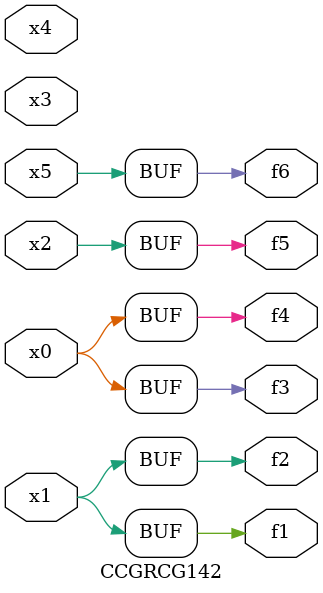
<source format=v>
module CCGRCG142(
	input x0, x1, x2, x3, x4, x5,
	output f1, f2, f3, f4, f5, f6
);
	assign f1 = x1;
	assign f2 = x1;
	assign f3 = x0;
	assign f4 = x0;
	assign f5 = x2;
	assign f6 = x5;
endmodule

</source>
